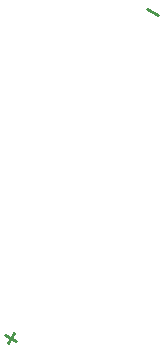
<source format=gto>
G04*
G04 #@! TF.GenerationSoftware,Altium Limited,Altium NEXUS,1.0.9 (89)*
G04*
G04 Layer_Color=65535*
%FSLAX42Y42*%
%MOMM*%
G71*
G01*
G75*
%ADD10C,0.25*%
D10*
X2018Y2952D02*
X2106Y2901D01*
X836Y127D02*
X887Y215D01*
X817Y196D02*
X905Y146D01*
M02*

</source>
